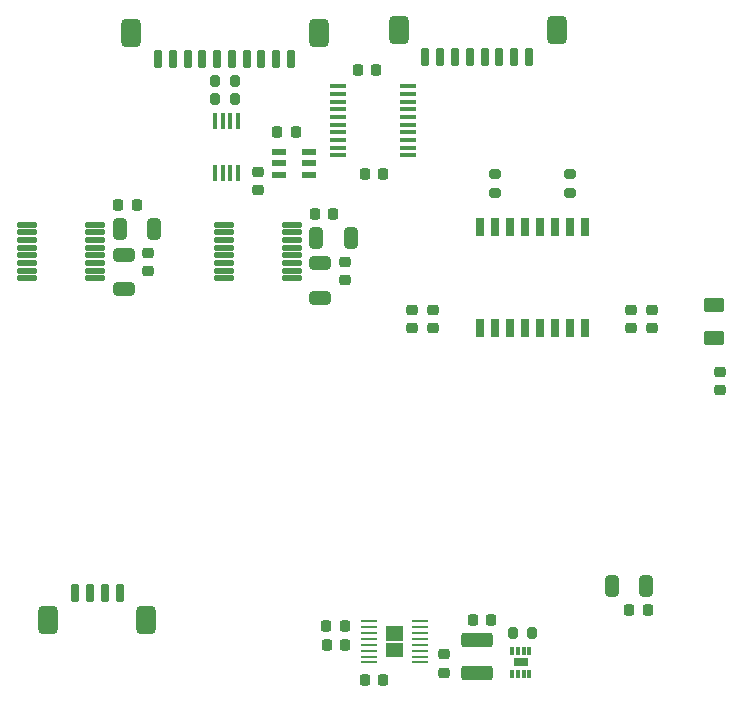
<source format=gbr>
%TF.GenerationSoftware,KiCad,Pcbnew,7.0.6*%
%TF.CreationDate,2024-05-04T22:08:13-04:00*%
%TF.ProjectId,rearbox,72656172-626f-4782-9e6b-696361645f70,rev?*%
%TF.SameCoordinates,Original*%
%TF.FileFunction,Paste,Top*%
%TF.FilePolarity,Positive*%
%FSLAX46Y46*%
G04 Gerber Fmt 4.6, Leading zero omitted, Abs format (unit mm)*
G04 Created by KiCad (PCBNEW 7.0.6) date 2024-05-04 22:08:13*
%MOMM*%
%LPD*%
G01*
G04 APERTURE LIST*
G04 Aperture macros list*
%AMRoundRect*
0 Rectangle with rounded corners*
0 $1 Rounding radius*
0 $2 $3 $4 $5 $6 $7 $8 $9 X,Y pos of 4 corners*
0 Add a 4 corners polygon primitive as box body*
4,1,4,$2,$3,$4,$5,$6,$7,$8,$9,$2,$3,0*
0 Add four circle primitives for the rounded corners*
1,1,$1+$1,$2,$3*
1,1,$1+$1,$4,$5*
1,1,$1+$1,$6,$7*
1,1,$1+$1,$8,$9*
0 Add four rect primitives between the rounded corners*
20,1,$1+$1,$2,$3,$4,$5,0*
20,1,$1+$1,$4,$5,$6,$7,0*
20,1,$1+$1,$6,$7,$8,$9,0*
20,1,$1+$1,$8,$9,$2,$3,0*%
G04 Aperture macros list end*
%ADD10RoundRect,0.425000X0.425000X0.775000X-0.425000X0.775000X-0.425000X-0.775000X0.425000X-0.775000X0*%
%ADD11RoundRect,0.150000X0.150000X0.650000X-0.150000X0.650000X-0.150000X-0.650000X0.150000X-0.650000X0*%
%ADD12RoundRect,0.250000X1.075000X-0.375000X1.075000X0.375000X-1.075000X0.375000X-1.075000X-0.375000X0*%
%ADD13RoundRect,0.225000X0.225000X0.250000X-0.225000X0.250000X-0.225000X-0.250000X0.225000X-0.250000X0*%
%ADD14RoundRect,0.200000X0.200000X0.275000X-0.200000X0.275000X-0.200000X-0.275000X0.200000X-0.275000X0*%
%ADD15RoundRect,0.225000X-0.225000X-0.250000X0.225000X-0.250000X0.225000X0.250000X-0.225000X0.250000X0*%
%ADD16RoundRect,0.225000X0.250000X-0.225000X0.250000X0.225000X-0.250000X0.225000X-0.250000X-0.225000X0*%
%ADD17RoundRect,0.250000X-0.325000X-0.650000X0.325000X-0.650000X0.325000X0.650000X-0.325000X0.650000X0*%
%ADD18RoundRect,0.250000X-0.650000X0.325000X-0.650000X-0.325000X0.650000X-0.325000X0.650000X0.325000X0*%
%ADD19RoundRect,0.225000X-0.250000X0.225000X-0.250000X-0.225000X0.250000X-0.225000X0.250000X0.225000X0*%
%ADD20RoundRect,0.020500X-0.764500X-0.184500X0.764500X-0.184500X0.764500X0.184500X-0.764500X0.184500X0*%
%ADD21R,1.200000X0.600000*%
%ADD22RoundRect,0.425000X-0.425000X-0.775000X0.425000X-0.775000X0.425000X0.775000X-0.425000X0.775000X0*%
%ADD23RoundRect,0.150000X-0.150000X-0.650000X0.150000X-0.650000X0.150000X0.650000X-0.150000X0.650000X0*%
%ADD24R,1.397000X0.279400*%
%ADD25RoundRect,0.200000X-0.200000X-0.275000X0.200000X-0.275000X0.200000X0.275000X-0.200000X0.275000X0*%
%ADD26RoundRect,0.250000X0.625000X-0.375000X0.625000X0.375000X-0.625000X0.375000X-0.625000X-0.375000X0*%
%ADD27R,0.450000X1.400000*%
%ADD28R,0.760000X1.650000*%
%ADD29R,0.300000X0.800000*%
%ADD30R,1.300000X0.700000*%
%ADD31R,1.475000X0.450000*%
%ADD32RoundRect,0.200000X0.275000X-0.200000X0.275000X0.200000X-0.275000X0.200000X-0.275000X-0.200000X0*%
%ADD33RoundRect,0.218750X-0.256250X0.218750X-0.256250X-0.218750X0.256250X-0.218750X0.256250X0.218750X0*%
G04 APERTURE END LIST*
%TO.C,U5*%
G36*
X210681900Y-95783601D02*
G01*
X209230900Y-95783601D01*
X209230900Y-94561201D01*
X210681900Y-94561201D01*
X210681900Y-95783601D01*
G37*
G36*
X210681900Y-97206001D02*
G01*
X209230900Y-97206001D01*
X209230900Y-95983601D01*
X210681900Y-95983601D01*
X210681900Y-97206001D01*
G37*
%TD*%
D10*
%TO.C,J2*%
X188948700Y-94009500D03*
X180598700Y-94009500D03*
D11*
X182948700Y-91759500D03*
X184198700Y-91759500D03*
X185448700Y-91759500D03*
X186698700Y-91759500D03*
%TD*%
D12*
%TO.C,L1*%
X216966800Y-98506801D03*
X216966800Y-95706801D03*
%TD*%
D13*
%TO.C,C7*%
X204787800Y-59639200D03*
X203237800Y-59639200D03*
%TD*%
D14*
%TO.C,R14*%
X196443600Y-49936400D03*
X194793600Y-49936400D03*
%TD*%
D15*
%TO.C,C21*%
X207454200Y-56235600D03*
X209004200Y-56235600D03*
%TD*%
D16*
%TO.C,C3*%
X205740000Y-65240200D03*
X205740000Y-63690200D03*
%TD*%
D17*
%TO.C,C5*%
X203350600Y-61671200D03*
X206300600Y-61671200D03*
%TD*%
D18*
%TO.C,C1*%
X203657200Y-63804800D03*
X203657200Y-66754800D03*
%TD*%
D13*
%TO.C,C12*%
X205740000Y-94516001D03*
X204190000Y-94516001D03*
%TD*%
D19*
%TO.C,C10*%
X198424800Y-56070200D03*
X198424800Y-57620200D03*
%TD*%
D20*
%TO.C,U1*%
X195504000Y-60564600D03*
X195504000Y-61214600D03*
X195504000Y-61864600D03*
X195504000Y-62514600D03*
X195504000Y-63164600D03*
X195504000Y-63814600D03*
X195504000Y-64464600D03*
X195504000Y-65114600D03*
X201244000Y-65114600D03*
X201244000Y-64464600D03*
X201244000Y-63814600D03*
X201244000Y-63164600D03*
X201244000Y-62514600D03*
X201244000Y-61864600D03*
X201244000Y-61214600D03*
X201244000Y-60564600D03*
%TD*%
D19*
%TO.C,C20*%
X230022400Y-67754200D03*
X230022400Y-69304200D03*
%TD*%
D17*
%TO.C,C6*%
X186688200Y-60909200D03*
X189638200Y-60909200D03*
%TD*%
D21*
%TO.C,IC3*%
X202702800Y-56322000D03*
X202702800Y-55372000D03*
X202702800Y-54422000D03*
X200202800Y-54422000D03*
X200202800Y-55372000D03*
X200202800Y-56322000D03*
%TD*%
D22*
%TO.C,J1*%
X187686700Y-44318900D03*
X203536700Y-44318900D03*
D23*
X201186700Y-46568900D03*
X199936700Y-46568900D03*
X198686700Y-46568900D03*
X197436700Y-46568900D03*
X196186700Y-46568900D03*
X194936700Y-46568900D03*
X193686700Y-46568900D03*
X192436700Y-46568900D03*
X191186700Y-46568900D03*
X189936700Y-46568900D03*
%TD*%
D18*
%TO.C,C2*%
X187045600Y-63091800D03*
X187045600Y-66041800D03*
%TD*%
D24*
%TO.C,U5*%
X207772000Y-94133599D03*
X207772000Y-94633601D03*
X207772000Y-95133600D03*
X207772000Y-95633601D03*
X207772000Y-96133601D03*
X207772000Y-96633599D03*
X207772000Y-97133601D03*
X207772000Y-97633600D03*
X212140800Y-97633603D03*
X212140800Y-97133601D03*
X212140800Y-96633602D03*
X212140800Y-96133601D03*
X212140800Y-95633601D03*
X212140800Y-95133603D03*
X212140800Y-94633601D03*
X212140800Y-94133602D03*
%TD*%
D19*
%TO.C,C25*%
X214172800Y-96954401D03*
X214172800Y-98504401D03*
%TD*%
D20*
%TO.C,U2*%
X184581600Y-60564600D03*
X184581600Y-61214600D03*
X184581600Y-61864600D03*
X184581600Y-62514600D03*
X184581600Y-63164600D03*
X184581600Y-63814600D03*
X184581600Y-64464600D03*
X184581600Y-65114600D03*
X178841600Y-65114600D03*
X178841600Y-64464600D03*
X178841600Y-63814600D03*
X178841600Y-63164600D03*
X178841600Y-62514600D03*
X178841600Y-61864600D03*
X178841600Y-61214600D03*
X178841600Y-60564600D03*
%TD*%
D13*
%TO.C,C16*%
X208432400Y-47447200D03*
X206882400Y-47447200D03*
%TD*%
D25*
%TO.C,R15*%
X219951800Y-95176401D03*
X221601800Y-95176401D03*
%TD*%
D16*
%TO.C,C22*%
X231749600Y-69304200D03*
X231749600Y-67754200D03*
%TD*%
%TO.C,C4*%
X189128400Y-64516000D03*
X189128400Y-62966000D03*
%TD*%
D19*
%TO.C,C18*%
X211429600Y-67754200D03*
X211429600Y-69304200D03*
%TD*%
D15*
%TO.C,C9*%
X200050400Y-52679600D03*
X201600400Y-52679600D03*
%TD*%
D17*
%TO.C,C15*%
X228344200Y-91186000D03*
X231294200Y-91186000D03*
%TD*%
D26*
%TO.C,R11*%
X236982000Y-70183200D03*
X236982000Y-67383200D03*
%TD*%
D13*
%TO.C,C11*%
X218148200Y-94008001D03*
X216598200Y-94008001D03*
%TD*%
%TO.C,C13*%
X205753000Y-96141601D03*
X204203000Y-96141601D03*
%TD*%
D27*
%TO.C,IC2*%
X196717200Y-51765200D03*
X196067200Y-51765200D03*
X195417200Y-51765200D03*
X194767200Y-51765200D03*
X194767200Y-56165200D03*
X195417200Y-56165200D03*
X196067200Y-56165200D03*
X196717200Y-56165200D03*
%TD*%
D13*
%TO.C,C14*%
X231394000Y-93218000D03*
X229844000Y-93218000D03*
%TD*%
D22*
%TO.C,J3*%
X210333500Y-44115700D03*
X223683500Y-44115700D03*
D23*
X221333500Y-46365700D03*
X220083500Y-46365700D03*
X218833500Y-46365700D03*
X217583500Y-46365700D03*
X216333500Y-46365700D03*
X215083500Y-46365700D03*
X213833500Y-46365700D03*
X212583500Y-46365700D03*
%TD*%
D28*
%TO.C,T1*%
X217195400Y-69279000D03*
X218465400Y-69279000D03*
X219735400Y-69279000D03*
X221005400Y-69279000D03*
X222275400Y-69279000D03*
X223545400Y-69279000D03*
X224815400Y-69279000D03*
X226085400Y-69279000D03*
X226085400Y-60769000D03*
X224815400Y-60769000D03*
X223545400Y-60769000D03*
X222275400Y-60769000D03*
X221005400Y-60769000D03*
X219735400Y-60769000D03*
X218465400Y-60769000D03*
X217195400Y-60769000D03*
%TD*%
D29*
%TO.C,IC4*%
X219886400Y-98580001D03*
X220386400Y-98580001D03*
X220886400Y-98580001D03*
X221386400Y-98580001D03*
X221386400Y-96680001D03*
X220886400Y-96680001D03*
X220386400Y-96680001D03*
X219886400Y-96680001D03*
D30*
X220636400Y-97630001D03*
%TD*%
D31*
%TO.C,IC1*%
X211065600Y-54690200D03*
X211065600Y-54040200D03*
X211065600Y-53390200D03*
X211065600Y-52740200D03*
X211065600Y-52090200D03*
X211065600Y-51440200D03*
X211065600Y-50790200D03*
X211065600Y-50140200D03*
X211065600Y-49490200D03*
X211065600Y-48840200D03*
X205189600Y-48840200D03*
X205189600Y-49490200D03*
X205189600Y-50140200D03*
X205189600Y-50790200D03*
X205189600Y-51440200D03*
X205189600Y-52090200D03*
X205189600Y-52740200D03*
X205189600Y-53390200D03*
X205189600Y-54040200D03*
X205189600Y-54690200D03*
%TD*%
D15*
%TO.C,C24*%
X207454200Y-99088001D03*
X209004200Y-99088001D03*
%TD*%
D32*
%TO.C,R13*%
X224790000Y-57924200D03*
X224790000Y-56274200D03*
%TD*%
D16*
%TO.C,C19*%
X213258400Y-69304200D03*
X213258400Y-67754200D03*
%TD*%
D32*
%TO.C,R12*%
X218440000Y-57924200D03*
X218440000Y-56274200D03*
%TD*%
D13*
%TO.C,C8*%
X188125400Y-58877200D03*
X186575400Y-58877200D03*
%TD*%
D33*
%TO.C,D1*%
X237490000Y-73024900D03*
X237490000Y-74599900D03*
%TD*%
D14*
%TO.C,R1*%
X196443600Y-48361600D03*
X194793600Y-48361600D03*
%TD*%
M02*

</source>
